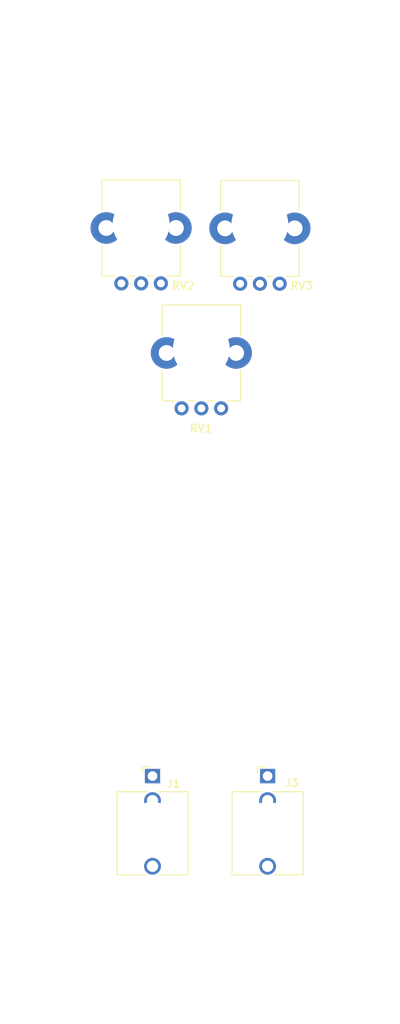
<source format=kicad_pcb>
(kicad_pcb (version 20211014) (generator pcbnew)
  (layers (0 "F.Cu" signal) (31 "B.Cu" signal) (34 "B.Paste" user) (35 "F.Paste" user) (36 "B.SilkS" user "B.Silkscreen") (37 "F.SilkS" user "F.Silkscreen") (38 "B.Mask" user) (39 "F.Mask" user) (44 "Edge.Cuts" user))
  (net 0 "")
  (net 1 "GND")
  (net 2 "Net-(C3-Pad1)")
  (net 3 "Net-(C16-Pad2)")
  (net 4 "Net-(C18-Pad1)")
  (net 5 "Net-(C19-Pad2)")
  (net 6 "Net-(C20-Pad1)")
  (net 7 "Net-(R1-Pad2)")
  (net 10 "Net-(J3-PadT)")
  (footprint "" (layer "F.Cu") (at 139.7 61.03)
    (fp_text reference "" (at 0 0) (layer "F.SilkS") (effects (font (size 1.27 1.27))))
    (fp_text value "" (at 0 0) (layer "F.SilkS") (effects (font (size 1.27 1.27))))
    (pad "" np_thru_hole circle (at 0 0) (size 7.2 7.2) (drill 7.2) (layers F&B.Cu *.Mask))
  )
  (footprint "Custom_Footprints:Sub_Miniature_Switch_MountingHole_3.5mm" (layer "F.Cu") (at 155.702 137.29)
    (fp_text reference "Ref**" hide)
    (fp_text value "Subminiature_Switch" hide)
    (pad "" np_thru_hole circle locked (at 0 0) (size 6.4 6.4) (drill 6.4) (layers F&B.Cu *.Mask))
  )
  (footprint "Custom_Footprints:Alpha_9mm_Potentiometer" (layer "F.Cu") (at 149.82 84.328 90)
    (fp_text reference "RV1" (at -2.54 -2.54) (layer "F.SilkS"))
    (fp_text value "R_Potentiometer")
    (fp_line (start 0.94 -7.461) (end 4.806 -7.461) (layer "F.SilkS") (width 0.12))
    (fp_line (start 0.94 -4.175) (end 0.94 -3.325) (layer "F.SilkS") (width 0.12))
    (fp_line (start 0.94 -7.461) (end 0.94 -5.825) (layer "F.SilkS") (width 0.12))
    (fp_line (start 13.06 -7.461) (end 13.06 2.46) (layer "F.SilkS") (width 0.12))
    (fp_line (start 0.94 -1.675) (end 0.94 -0.825) (layer "F.SilkS") (width 0.12))
    (fp_line (start 9.195 -7.461) (end 13.06 -7.461) (layer "F.SilkS") (width 0.12))
    (fp_line (start 0.94 2.46) (end 4.806 2.46) (layer "F.SilkS") (width 0.12))
    (fp_line (start 0.94 0.825) (end 0.94 2.46) (layer "F.SilkS") (width 0.12))
    (fp_line (start 9.195 2.46) (end 13.06 2.46) (layer "F.SilkS") (width 0.12))
    (fp_arc (start 8.671982 -5.262432) (mid 10.500762 -2.500553) (end 8.673 0.262) (layer "F.SilkS") (width 0.12))
    (fp_arc (start 5.571705 -0.202247) (mid 4.500335 -2.500192) (end 5.572 -4.798) (layer "F.SilkS") (width 0.12))
    (pad "" np_thru_hole circle locked (at 7 1.9 90) (size 4 4) (drill 2) (layers *.Cu *.Mask))
    (pad "" np_thru_hole circle locked (at 7 -6.9 90) (size 4 4) (drill 2) (layers *.Cu *.Mask))
    (pad "1" thru_hole circle locked (at 0 0 90) (size 1.8 1.8) (drill 1) (layers *.Cu *.Mask) (net 1 "GND"))
    (pad "2" thru_hole circle locked (at 0 -2.5 90) (size 1.8 1.8) (drill 1) (layers *.Cu *.Mask) (net 3 "Net-(C16-Pad2)"))
    (pad "3" thru_hole circle locked (at 0 -5 90) (size 1.8 1.8) (drill 1) (layers *.Cu *.Mask) (net 4 "Net-(C18-Pad1)"))
  )
  (footprint "Custom_Footprints:Sub_Miniature_Switch_MountingHole_3.5mm" (layer "F.Cu") (at 141.14 137.29)
    (fp_text reference "Ref**" hide)
    (fp_text value "Subminiature_Switch" hide)
    (pad "" np_thru_hole circle locked (at 0 0) (size 6.4 6.4) (drill 6.4) (layers F&B.Cu *.Mask))
  )
  (footprint "MountingHole:MountingHole_3.2mm_M3" (layer "F.Cu") (at 129.4 36.19)
    (fp_text reference "REF**" hide)
    (fp_text value "MountingHole_3.2mm_M3" hide)
    (pad "" np_thru_hole oval locked (at 0 0) (size 7 3.2) (drill oval 7 3.2) (layers F&B.Cu *.Mask))
  )
  (footprint "Custom_Footprints:Alpha_9mm_Potentiometer" (layer "F.Cu") (at 142.2 68.534 90)
    (fp_text reference "RV2" (at -0.3 2.834) (layer "F.SilkS"))
    (fp_text value "R_Potentiometer")
    (fp_line (start 0.94 2.46) (end 4.806 2.46) (layer "F.SilkS") (width 0.12))
    (fp_line (start 0.94 -7.461) (end 0.94 -5.825) (layer "F.SilkS") (width 0.12))
    (fp_line (start 0.94 -4.175) (end 0.94 -3.325) (layer "F.SilkS") (width 0.12))
    (fp_line (start 0.94 -7.461) (end 4.806 -7.461) (layer "F.SilkS") (width 0.12))
    (fp_line (start 13.06 -7.461) (end 13.06 2.46) (layer "F.SilkS") (width 0.12))
    (fp_line (start 0.94 0.825) (end 0.94 2.46) (layer "F.SilkS") (width 0.12))
    (fp_line (start 9.195 -7.461) (end 13.06 -7.461) (layer "F.SilkS") (width 0.12))
    (fp_line (start 9.195 2.46) (end 13.06 2.46) (layer "F.SilkS") (width 0.12))
    (fp_line (start 0.94 -1.675) (end 0.94 -0.825) (layer "F.SilkS") (width 0.12))
    (fp_arc (start 8.671982 -5.262432) (mid 10.500762 -2.500553) (end 8.673 0.262) (layer "F.SilkS") (width 0.12))
    (fp_arc (start 5.571705 -0.202247) (mid 4.500335 -2.500192) (end 5.572 -4.798) (layer "F.SilkS") (width 0.12))
    (pad "" np_thru_hole circle locked (at 7 1.9 90) (size 4 4) (drill 2) (layers *.Cu *.Mask))
    (pad "" np_thru_hole circle locked (at 7 -6.9 90) (size 4 4) (drill 2) (layers *.Cu *.Mask))
    (pad "1" thru_hole circle locked (at 0 0 90) (size 1.8 1.8) (drill 1) (layers *.Cu *.Mask) (net 1 "GND"))
    (pad "2" thru_hole circle locked (at 0 -2.5 90) (size 1.8 1.8) (drill 1) (layers *.Cu *.Mask) (net 5 "Net-(C19-Pad2)"))
    (pad "3" thru_hole circle locked (at 0 -5 90) (size 1.8 1.8) (drill 1) (layers *.Cu *.Mask) (net 6 "Net-(C20-Pad1)"))
  )
  (footprint "MountingHole:MountingHole_3.2mm_M3" (layer "F.Cu") (at 164.98 158.69)
    (fp_text reference "REF**" hide)
    (fp_text value "MountingHole_3.2mm_M3" hide)
    (pad "" np_thru_hole oval locked (at 0 0) (size 7 3.2) (drill oval 7 3.2) (layers F&B.Cu *.Mask))
  )
  (footprint "Custom_Footprints:Alpha_9mm_pot_hole" (layer "F.Cu") (at 147.32 76.83)
    (fp_text reference "Ref**" hide)
    (fp_text value "Alpha_9mm_pot_hole" hide)
    (pad "" np_thru_hole circle (at 0 0) (size 7.2 7.2) (drill 7.2) (layers F&B.Cu *.Mask))
  )
  (footprint "Custom_Footprints:Alpha_9mm_Potentiometer" (layer "F.Cu") (at 157.226 68.58 90)
    (fp_text reference "RV3" (at -0.254 2.794) (layer "F.SilkS"))
    (fp_text value "R_Potentiometer")
    (fp_line (start 0.94 -1.675) (end 0.94 -0.825) (layer "F.SilkS") (width 0.12))
    (fp_line (start 13.06 -7.461) (end 13.06 2.46) (layer "F.SilkS") (width 0.12))
    (fp_line (start 0.94 -4.175) (end 0.94 -3.325) (layer "F.SilkS") (width 0.12))
    (fp_line (start 9.195 -7.461) (end 13.06 -7.461) (layer "F.SilkS") (width 0.12))
    (fp_line (start 0.94 -7.461) (end 4.806 -7.461) (layer "F.SilkS") (width 0.12))
    (fp_line (start 0.94 0.825) (end 0.94 2.46) (layer "F.SilkS") (width 0.12))
    (fp_line (start 0.94 -7.461) (end 0.94 -5.825) (layer "F.SilkS") (width 0.12))
    (fp_line (start 9.195 2.46) (end 13.06 2.46) (layer "F.SilkS") (width 0.12))
    (fp_line (start 0.94 2.46) (end 4.806 2.46) (layer "F.SilkS") (width 0.12))
    (fp_arc (start 8.671982 -5.262432) (mid 10.500762 -2.500553) (end 8.673 0.262) (layer "F.SilkS") (width 0.12))
    (fp_arc (start 5.571705 -0.202247) (mid 4.500335 -2.500192) (end 5.572 -4.798) (layer "F.SilkS") (width 0.12))
    (pad "" np_thru_hole circle locked (at 7 -6.9 90) (size 4 4) (drill 2) (layers *.Cu *.Mask))
    (pad "" np_thru_hole circle locked (at 7 1.9 90) (size 4 4) (drill 2) (layers *.Cu *.Mask))
    (pad "1" thru_hole circle locked (at 0 0 90) (size 1.8 1.8) (drill 1) (layers *.Cu *.Mask))
    (pad "2" thru_hole circle locked (at 0 -2.5 90) (size 1.8 1.8) (drill 1) (layers *.Cu *.Mask) (net 1 "GND"))
    (pad "3" thru_hole circle locked (at 0 -5 90) (size 1.8 1.8) (drill 1) (layers *.Cu *.Mask) (net 7 "Net-(R1-Pad2)"))
  )
  (footprint "Connector_Audio:Jack_3.5mm_QingPu_WQP-PJ398SM_Vertical_CircularHoles" (layer "F.Cu") (at 141.14 130.81)
    (fp_text reference "J1" (at 2.624 0.954 180) (layer "F.SilkS"))
    (fp_text value "IN")
    (fp_line (start -1.23 -1.17) (end -0.37 -1.17) (layer "F.SilkS") (width 0.12))
    (fp_line (start -4.5 1.98) (end -4.5 12.48) (layer "F.SilkS") (width 0.12))
    (fp_line (start 4.5 12.48) (end 0.8 12.48) (layer "F.SilkS") (width 0.12))
    (fp_line (start 4.5 1.98) (end 0.72 1.98) (layer "F.SilkS") (width 0.12))
    (fp_line (start -0.72 1.98) (end -4.5 1.98) (layer "F.SilkS") (width 0.12))
    (fp_line (start 4.5 1.98) (end 4.5 12.48) (layer "F.SilkS") (width 0.12))
    (fp_line (start -0.8 12.48) (end -4.5 12.48) (layer "F.SilkS") (width 0.12))
    (fp_line (start -1.23 -1.17) (end -1.23 -0.37) (layer "F.SilkS") (width 0.12))
    (fp_circle (center 0 6.48) (end 1.8 6.48) (layer "F.SilkS") (width 0.12) (fill none))
    (pad "S" thru_hole rect (at 0 0 180) (size 1.93 1.83) (drill 1.22) (layers *.Cu *.Mask) (net 1 "GND"))
    (pad "T" thru_hole circle (at 0 11.4 180) (size 2.13 2.13) (drill 1.43) (layers *.Cu *.Mask) (net 2 "Net-(C3-Pad1)"))
    (pad "TN" thru_hole circle (at 0 3.1 180) (size 2.13 2.13) (drill 1.42) (layers *.Cu *.Mask) (net 1 "GND"))
  )
  (footprint "" (layer "F.Cu") (at 154.72 61.08)
    (fp_text reference "" (at 0 0) (layer "F.SilkS") (effects (font (size 1.27 1.27))))
    (fp_text value "" (at 0 0) (layer "F.SilkS") (effects (font (size 1.27 1.27))))
    (pad "" np_thru_hole circle (at 0 0) (size 7.2 7.2) (drill 7.2) (layers F&B.Cu *.Mask))
  )
  (footprint "Connector_Audio:Jack_3.5mm_QingPu_WQP-PJ398SM_Vertical_CircularHoles" (layer "F.Cu") (at 155.702 130.81)
    (fp_text reference "J3" (at 3.048 0.87 180) (layer "F.SilkS"))
    (fp_text value "IN")
    (fp_line (start -0.8 12.48) (end -4.5 12.48) (layer "F.SilkS") (width 0.12))
    (fp_line (start 4.5 1.98) (end 0.72 1.98) (layer "F.SilkS") (width 0.12))
    (fp_line (start 4.5 1.98) (end 4.5 12.48) (layer "F.SilkS") (width 0.12))
    (fp_line (start -1.23 -1.17) (end -1.23 -0.37) (layer "F.SilkS") (width 0.12))
    (fp_line (start -0.72 1.98) (end -4.5 1.98) (layer "F.SilkS") (width 0.12))
    (fp_line (start -1.23 -1.17) (end -0.37 -1.17) (layer "F.SilkS") (width 0.12))
    (fp_line (start -4.5 1.98) (end -4.5 12.48) (layer "F.SilkS") (width 0.12))
    (fp_line (start 4.5 12.48) (end 0.8 12.48) (layer "F.SilkS") (width 0.12))
    (fp_circle (center 0 6.48) (end 1.8 6.48) (layer "F.SilkS") (width 0.12) (fill none))
    (pad "S" thru_hole rect (at 0 0 180) (size 1.93 1.83) (drill 1.22) (layers *.Cu *.Mask) (net 1 "GND"))
    (pad "T" thru_hole circle (at 0 11.4 180) (size 2.13 2.13) (drill 1.43) (layers *.Cu *.Mask) (net 10 "Net-(J3-PadT)"))
    (pad "TN" thru_hole circle (at 0 3.1 180) (size 2.13 2.13) (drill 1.42) (layers *.Cu *.Mask))
  )
  (footprint "MountingHole:MountingHole_3.2mm_M3" (layer "F.Cu") (at 164.96 36.19)
    (fp_text reference "REF**" hide)
    (fp_text value "MountingHole_3.2mm_M3" hide)
    (pad "" np_thru_hole oval locked (at 0 0) (size 7 3.2) (drill oval 7 3.2) (layers F&B.Cu *.Mask))
  )
  (footprint "MountingHole:MountingHole_3.2mm_M3" (layer "F.Cu") (at 129.4 158.69)
    (fp_text reference "REF**" hide)
    (fp_text value "MountingHole_3.2mm_M3" hide)
    (pad "" np_thru_hole oval locked (at 0 0) (size 7 3.2) (drill oval 7 3.2) (layers F&B.Cu *.Mask))
  )
)
</source>
